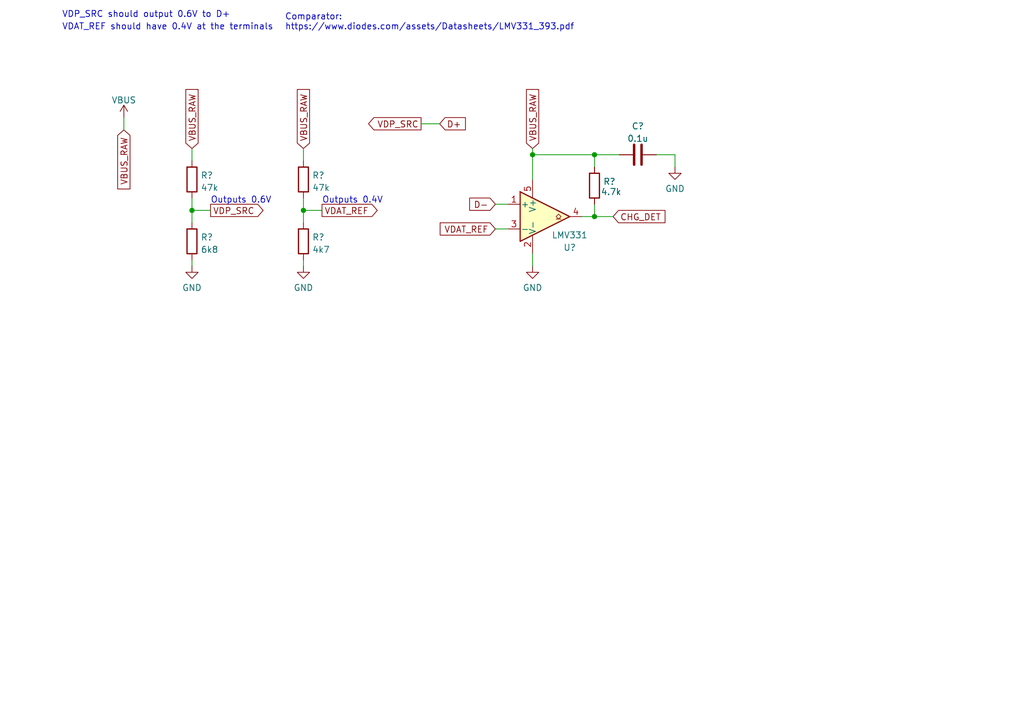
<source format=kicad_sch>
(kicad_sch (version 20211123) (generator eeschema)
  (paper "A5")
  (title_block (title "Smoke Extractor Schematic") (date "2022-07-11") (rev "1") (company "Nuno Nogueira"))
  (lib_symbols
    (symbol "Comparator:LMV331" (pin_names (offset 0.127))
      (property "Reference" "U" (at 1.27 5.08 0))
      (property "Value" "LMV331" (at 3.81 -5.08 0))
      (symbol "LMV331_0_1"
        (polyline (pts (xy -5.08 5.08) (xy 5.08 0) (xy -5.08 -5.08) (xy -5.08 5.08)) (stroke (width 0.254)) (fill (type background)))
        (polyline (pts (xy 3.302 -0.508) (xy 2.794 -0.508) (xy 3.302 0) (xy 2.794 0.508) (xy 2.286 0) (xy 2.794 -0.508) (xy 2.286 -0.508)) (stroke (width 0.127)))
      )
      (symbol "LMV331_1_1"
        (pin input line (at -7.62 2.54 0) (length 2.54) (name "+") (number "1"))
        (pin power_in line (at -2.54 -7.62 90) (length 3.81) (name "V-") (number "2"))
        (pin input line (at -7.62 -2.54 0) (length 2.54) (name "-") (number "3"))
        (pin open_collector line (at 7.62 0 180) (length 2.54) (name "~") (number "4"))
        (pin power_in line (at -2.54 7.62 270) (length 3.81) (name "V+") (number "5"))
      )
    )
    (symbol "Device:C" (pin_numbers hide) (pin_names (offset 0.254))
      (property "Reference" "C" (at 0.635 2.54 0))
      (property "Value" "C" (at 0.635 -2.54 0))
      (symbol "C_0_1"
        (polyline (pts (xy -2.032 -0.762) (xy 2.032 -0.762)) (stroke (width 0.508)))
        (polyline (pts (xy -2.032 0.762) (xy 2.032 0.762)) (stroke (width 0.508)))
      )
      (symbol "C_1_1"
        (pin passive line (at 0 3.81 270) (length 2.794) (name "~") (number "1"))
        (pin passive line (at 0 -3.81 90) (length 2.794) (name "~") (number "2"))
      )
    )
    (symbol "Device:R" (pin_numbers hide) (pin_names (offset 0))
      (property "Reference" "R" (at 2.032 0 90))
      (property "Value" "R" (at 0 0 90))
      (symbol "R_0_1"
        (rectangle (start -1.016 -2.54) (end 1.016 2.54) (stroke (width 0.254)))
      )
      (symbol "R_1_1"
        (pin passive line (at 0 3.81 270) (length 1.27) (name "~") (number "1"))
        (pin passive line (at 0 -3.81 90) (length 1.27) (name "~") (number "2"))
      )
    )
    (symbol "power:GND" (power) (pin_names (offset 0))
      (property "Value" "GND" (at 0 -3.81 0))
      (symbol "GND_0_1"
        (polyline (pts (xy 0 0) (xy 0 -1.27) (xy 1.27 -1.27) (xy 0 -2.54) (xy -1.27 -1.27) (xy 0 -1.27)))
      )
      (symbol "GND_1_1"
        (pin power_in line (at 0 0 270) (length 0) hide (name "GND") (number "1"))
      )
    )
    (symbol "power:VBUS" (power) (pin_names (offset 0))
      (property "Value" "VBUS" (at 0 3.81 0))
      (symbol "VBUS_0_1"
        (polyline (pts (xy -0.762 1.27) (xy 0 2.54)))
        (polyline (pts (xy 0 0) (xy 0 2.54)))
        (polyline (pts (xy 0 2.54) (xy 0.762 1.27)))
      )
      (symbol "VBUS_1_1"
        (pin power_in line (at 0 0 90) (length 0) hide (name "VBUS") (number "1"))
      )
    )
  )
  (junction (at 121.92 31.75))
  (junction (at 109.22 31.75))
  (junction (at 121.92 44.45))
  (junction (at 62.23 43.18))
  (junction (at 39.37 43.18))
  (wire (pts (xy 62.23 40.64) (xy 62.23 43.18)))
  (wire (pts (xy 39.37 40.64) (xy 39.37 43.18)))
  (wire (pts (xy 109.22 31.75) (xy 109.22 36.83)))
  (wire (pts (xy 25.4 24.13) (xy 25.4 26.67)))
  (wire (pts (xy 39.37 53.34) (xy 39.37 54.61)))
  (wire (pts (xy 121.92 41.91) (xy 121.92 44.45)))
  (wire (pts (xy 121.92 31.75) (xy 109.22 31.75)))
  (wire (pts (xy 62.23 43.18) (xy 62.23 45.72)))
  (wire (pts (xy 101.6 41.91) (xy 104.14 41.91)))
  (wire (pts (xy 39.37 30.48) (xy 39.37 33.02)))
  (wire (pts (xy 109.22 30.48) (xy 109.22 31.75)))
  (wire (pts (xy 138.43 31.75) (xy 134.62 31.75)))
  (wire (pts (xy 101.6 46.99) (xy 104.14 46.99)))
  (wire (pts (xy 86.36 25.4) (xy 90.17 25.4)))
  (wire (pts (xy 121.92 31.75) (xy 127 31.75)))
  (wire (pts (xy 138.43 34.29) (xy 138.43 31.75)))
  (wire (pts (xy 62.23 53.34) (xy 62.23 54.61)))
  (wire (pts (xy 39.37 43.18) (xy 39.37 45.72)))
  (wire (pts (xy 62.23 43.18) (xy 66.04 43.18)))
  (wire (pts (xy 121.92 44.45) (xy 119.38 44.45)))
  (wire (pts (xy 62.23 30.48) (xy 62.23 33.02)))
  (wire (pts (xy 121.92 34.29) (xy 121.92 31.75)))
  (wire (pts (xy 121.92 44.45) (xy 125.73 44.45)))
  (wire (pts (xy 39.37 43.18) (xy 43.18 43.18)))
  (wire (pts (xy 109.22 52.07) (xy 109.22 54.61)))
  (text "VDAT_REF should have 0.4V at the terminals\n" (at 12.7 6.35 0) (effects (font (size 1.27 1.27)) (justify left bottom)))
  (text "Outputs 0.4V" (at 66.04 41.91 0) (effects (font (size 1.27 1.27)) (justify left bottom)))
  (text "VDP_SRC should output 0.6V to D+" (at 12.7 3.81 0) (effects (font (size 1.27 1.27)) (justify left bottom)))
  (text "Outputs 0.6V" (at 43.18 41.91 0) (effects (font (size 1.27 1.27)) (justify left bottom)))
  (text "Comparator: \nhttps://www.diodes.com/assets/Datasheets/LMV331_393.pdf" (at 58.42 6.35 0) (effects (font (size 1.27 1.27)) (justify left bottom)))
  (global_label "VDAT_REF" (shape input) (at 101.6 46.99 180) (property "Intersheet References" "${INTERSHEET_REFS}" (effects hide)))
  (global_label "VDAT_REF" (shape output) (at 66.04 43.18 0) (property "Intersheet References" "${INTERSHEET_REFS}" (effects hide)))
  (global_label "CHG_DET" (shape input) (at 125.73 44.45 0) (property "Intersheet References" "${INTERSHEET_REFS}" (effects hide)))
  (global_label "VDP_SRC" (shape output) (at 86.36 25.4 180) (property "Intersheet References" "${INTERSHEET_REFS}" (effects hide)))
  (global_label "VBUS_RAW" (shape input) (at 25.4 26.67 270) (property "Intersheet References" "${INTERSHEET_REFS}" (effects hide)))
  (global_label "VBUS_RAW" (shape input) (at 109.22 30.48 90) (property "Intersheet References" "${INTERSHEET_REFS}" (effects hide)))
  (global_label "D-" (shape input) (at 101.6 41.91 180) (property "Intersheet References" "${INTERSHEET_REFS}" (effects hide)))
  (global_label "VBUS_RAW" (shape input) (at 62.23 30.48 90) (property "Intersheet References" "${INTERSHEET_REFS}" (effects hide)))
  (global_label "VBUS_RAW" (shape input) (at 39.37 30.48 90) (property "Intersheet References" "${INTERSHEET_REFS}" (effects hide)))
  (global_label "VDP_SRC" (shape output) (at 43.18 43.18 0) (property "Intersheet References" "${INTERSHEET_REFS}" (effects hide)))
  (global_label "D+" (shape input) (at 90.17 25.4 0) (property "Intersheet References" "${INTERSHEET_REFS}" (effects hide)))
  (symbol (lib_id "Device:R") (at 62.23 49.53 180) (unit 1)
    (property "Reference" "R?" (at 64.008 48.6953 0) (effects (justify right)))
    (property "Value" "4k7" (at 64.008 51.2322 0) (effects (justify right)))
  )
  (symbol (lib_id "power:GND") (at 138.43 34.29 0) (unit 1)
    (property "Reference" "#PWR?" (effects hide))
    (property "Value" "GND" (at 138.43 38.7334 0))
  )
  (symbol (lib_id "Device:R") (at 62.23 36.83 180) (unit 1)
    (property "Reference" "R?" (at 64.008 35.9953 0) (effects (justify right)))
    (property "Value" "47k" (at 64.008 38.5322 0) (effects (justify right)))
  )
  (symbol (lib_id "Device:R") (at 39.37 36.83 180) (unit 1)
    (property "Reference" "R?" (at 41.148 35.9953 0) (effects (justify right)))
    (property "Value" "47k" (at 41.148 38.5322 0) (effects (justify right)))
  )
  (symbol (lib_id "power:GND") (at 62.23 54.61 0) (unit 1)
    (property "Reference" "#PWR?" (effects hide))
    (property "Value" "GND" (at 62.23 59.0534 0))
  )
  (symbol (lib_id "Device:R") (at 121.92 38.1 180) (unit 1)
    (property "Reference" "R?" (at 123.698 37.2653 0) (effects (justify right)))
    (property "Value" "4.7k" (at 123.19 39.37 0) (effects (justify right)))
  )
  (symbol (lib_id "power:GND") (at 39.37 54.61 0) (unit 1)
    (property "Reference" "#PWR?" (effects hide))
    (property "Value" "GND" (at 39.37 59.0534 0))
  )
  (symbol (lib_id "Device:R") (at 39.37 49.53 180) (unit 1)
    (property "Reference" "R?" (at 41.148 48.6953 0) (effects (justify right)))
    (property "Value" "6k8" (at 41.148 51.2322 0) (effects (justify right)))
  )
  (symbol (lib_id "Comparator:LMV331") (at 111.76 44.45 0) (unit 1)
    (property "Reference" "U?" (at 116.84 50.8 0))
    (property "Value" "LMV331" (at 116.84 48.26 0))
    (property "Datasheet" "http://www.ti.com/lit/ds/symlink/lmv331.pdf" (effects hide))
  )
  (symbol (lib_id "Device:C") (at 130.81 31.75 90) (unit 1)
    (property "Reference" "C?" (at 130.81 25.8912 90))
    (property "Value" "0.1u" (at 130.81 28.4281 90))
  )
  (symbol (lib_id "power:GND") (at 109.22 54.61 0) (unit 1)
    (property "Reference" "#PWR?" (effects hide))
    (property "Value" "GND" (at 109.22 59.0534 0))
  )
  (symbol (lib_id "power:VBUS") (at 25.4 24.13 0) (unit 1)
    (property "Reference" "#PWR?" (effects hide))
    (property "Value" "VBUS" (at 25.4 20.5542 0))
  )
)
</source>
